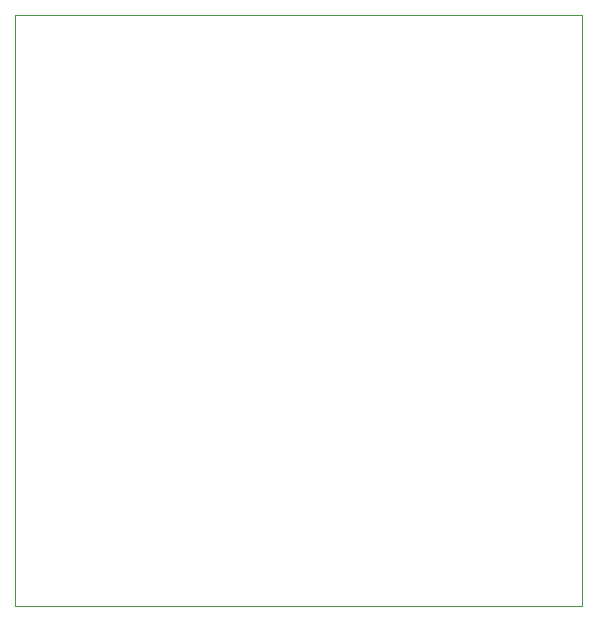
<source format=gbr>
%TF.GenerationSoftware,KiCad,Pcbnew,6.99.0-unknown-e4798199c6~148~ubuntu20.04.1*%
%TF.CreationDate,2022-06-12T18:05:56+02:00*%
%TF.ProjectId,MTRON_PCB,4d54524f-4e5f-4504-9342-2e6b69636164,rev?*%
%TF.SameCoordinates,Original*%
%TF.FileFunction,Profile,NP*%
%FSLAX46Y46*%
G04 Gerber Fmt 4.6, Leading zero omitted, Abs format (unit mm)*
G04 Created by KiCad (PCBNEW 6.99.0-unknown-e4798199c6~148~ubuntu20.04.1) date 2022-06-12 18:05:56*
%MOMM*%
%LPD*%
G01*
G04 APERTURE LIST*
%TA.AperFunction,Profile*%
%ADD10C,0.100000*%
%TD*%
G04 APERTURE END LIST*
D10*
X117000000Y-65500000D02*
X165000000Y-65500000D01*
X165000000Y-65500000D02*
X165000000Y-115500000D01*
X165000000Y-115500000D02*
X117000000Y-115500000D01*
X117000000Y-115500000D02*
X117000000Y-65500000D01*
M02*

</source>
